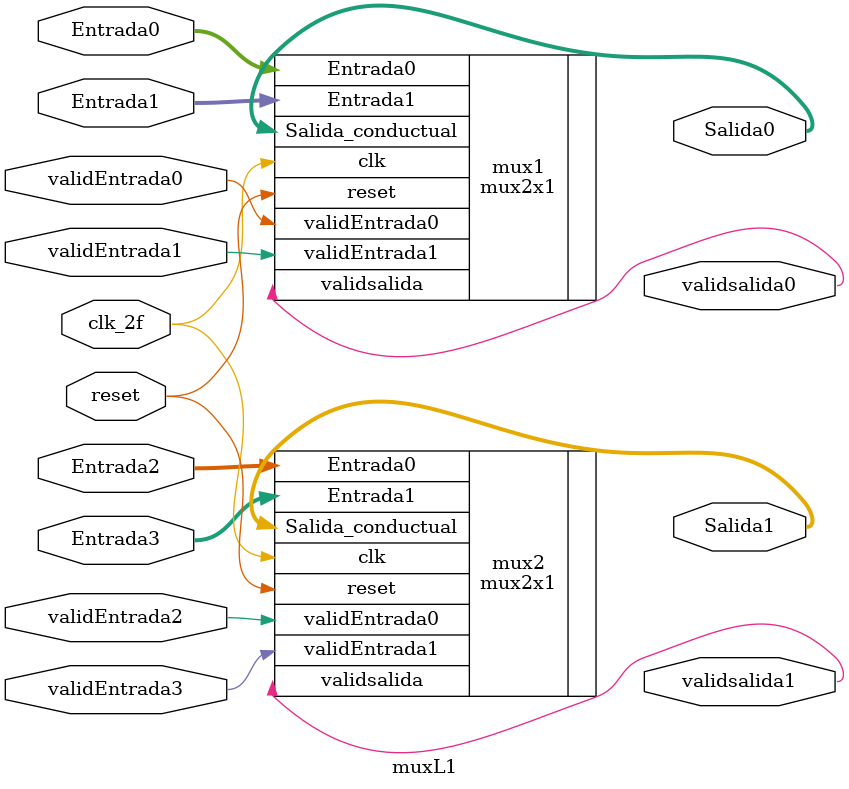
<source format=v>
`include "mux2x1.v"

module muxL1(
    output [7:0]Salida0,
    output [7:0]Salida1,
    
    output validsalida1,
    output validsalida0,

    input [7:0]Entrada0,
    input [7:0]Entrada1,
    input [7:0]Entrada2,
    input [7:0]Entrada3,
    input validEntrada0,
    input validEntrada1,
    input validEntrada2,
    input validEntrada3,
    
    input clk_2f,
    input reset);

    mux2x1 mux1(
        //Salidas
        .Salida_conductual  (Salida0[7:0]),  
        .validsalida    (validsalida0),
        //Entradas
        .Entrada0       (Entrada0[7:0]),
        .Entrada1       (Entrada1[7:0]),
        .validEntrada0  (validEntrada0),
        .validEntrada1  (validEntrada1),

        .clk            (clk_2f),
        .reset          (reset)
    );
    mux2x1 mux2(
        //Salidas
        .Salida_conductual  (Salida1[7:0]),  
        .validsalida    (validsalida1),
        //Entradas
        .Entrada0       (Entrada2[7:0]),
        .Entrada1       (Entrada3[7:0]),
        .validEntrada0  (validEntrada2),
        .validEntrada1  (validEntrada3),

        .clk       (clk_2f),
        .reset     (reset)
    );

endmodule
</source>
